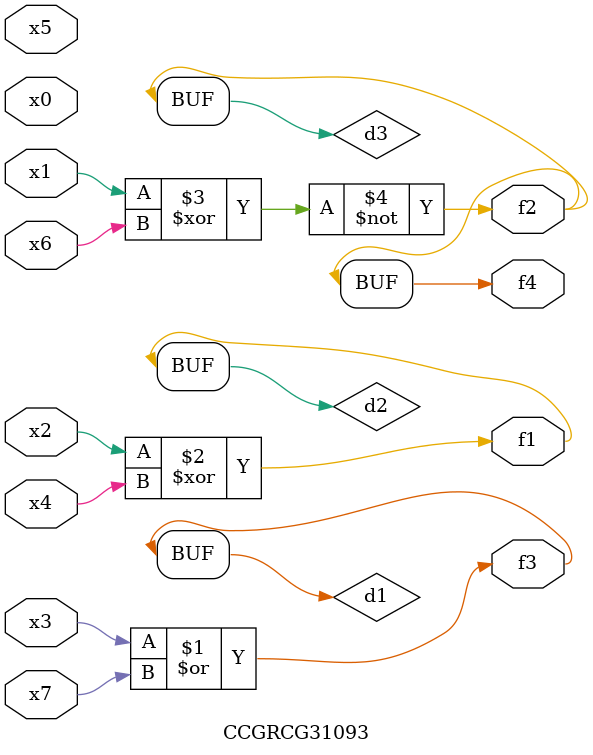
<source format=v>
module CCGRCG31093(
	input x0, x1, x2, x3, x4, x5, x6, x7,
	output f1, f2, f3, f4
);

	wire d1, d2, d3;

	or (d1, x3, x7);
	xor (d2, x2, x4);
	xnor (d3, x1, x6);
	assign f1 = d2;
	assign f2 = d3;
	assign f3 = d1;
	assign f4 = d3;
endmodule

</source>
